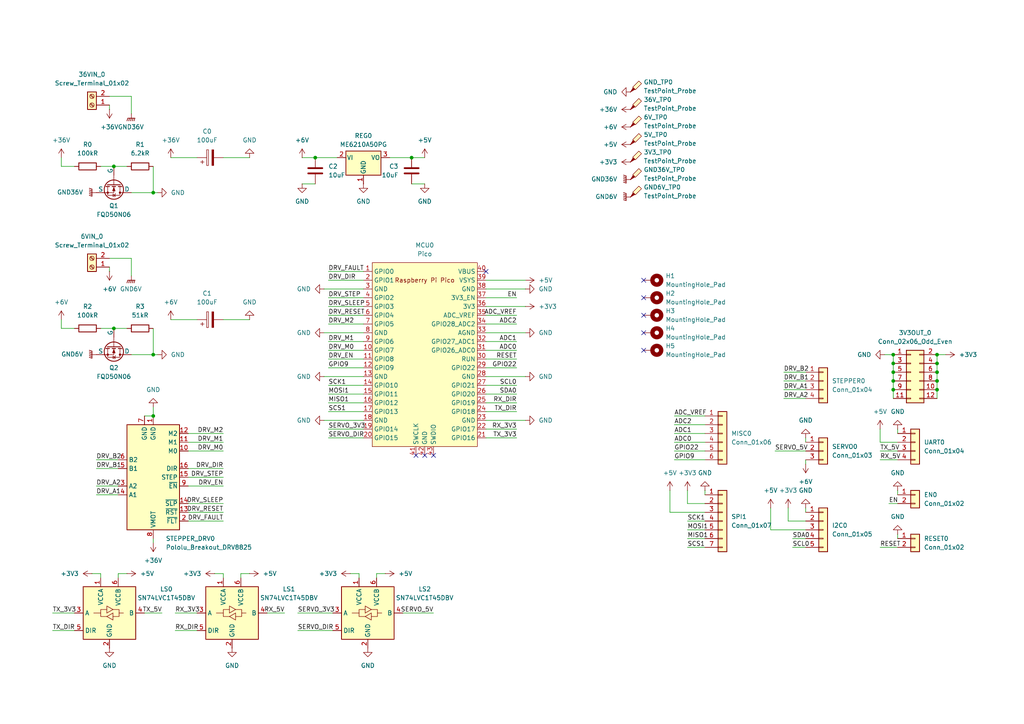
<source format=kicad_sch>
(kicad_sch (version 20231120) (generator "eeschema") (generator_version "8.0")
  (paper "A4")
  (junction (at 271.78 113.03))
  (junction (at 119.38 45.72))
  (junction (at 44.45 120.65))
  (junction (at 44.45 55.88))
  (junction (at 271.78 110.49))
  (junction (at 271.78 105.41))
  (junction (at 259.08 110.49))
  (junction (at 259.08 113.03))
  (junction (at 271.78 102.87))
  (junction (at 271.78 107.95))
  (junction (at 33.02 48.26))
  (junction (at 33.02 95.25))
  (junction (at 259.08 107.95))
  (junction (at 259.08 102.87))
  (junction (at 259.08 105.41))
  (junction (at 44.45 102.87))
  (junction (at 91.44 45.72))
  (no_connect (at 186.69 101.6))
  (no_connect (at 140.97 78.74))
  (no_connect (at 186.69 91.44))
  (no_connect (at 186.69 81.28))
  (no_connect (at 120.65 132.08))
  (no_connect (at 186.69 86.36))
  (no_connect (at 186.69 96.52))
  (no_connect (at 123.19 132.08))
  (no_connect (at 125.73 132.08))
  (wire (pts (xy 44.45 157.48) (xy 44.45 156.21)))
  (wire (pts (xy 255.27 133.35) (xy 260.35 133.35)))
  (wire (pts (xy 195.58 130.81) (xy 204.47 130.81)))
  (wire (pts (xy 140.97 99.06) (xy 149.86 99.06)))
  (wire (pts (xy 31.75 74.93) (xy 38.1 74.93)))
  (wire (pts (xy 227.33 107.95) (xy 233.68 107.95)))
  (wire (pts (xy 271.78 102.87) (xy 271.78 105.41)))
  (wire (pts (xy 31.75 78.74) (xy 31.75 77.47)))
  (wire (pts (xy 224.79 130.81) (xy 233.68 130.81)))
  (wire (pts (xy 41.91 177.8) (xy 46.99 177.8)))
  (wire (pts (xy 95.25 81.28) (xy 105.41 81.28)))
  (wire (pts (xy 62.23 166.37) (xy 64.77 166.37)))
  (wire (pts (xy 199.39 151.13) (xy 204.47 151.13)))
  (wire (pts (xy 41.91 120.65) (xy 44.45 120.65)))
  (wire (pts (xy 44.45 95.25) (xy 44.45 102.87)))
  (wire (pts (xy 95.25 91.44) (xy 105.41 91.44)))
  (wire (pts (xy 199.39 158.75) (xy 204.47 158.75)))
  (wire (pts (xy 152.4 83.82) (xy 140.97 83.82)))
  (wire (pts (xy 260.35 128.27) (xy 255.27 128.27)))
  (wire (pts (xy 45.72 55.88) (xy 44.45 55.88)))
  (wire (pts (xy 69.85 166.37) (xy 69.85 167.64)))
  (wire (pts (xy 95.25 101.6) (xy 105.41 101.6)))
  (wire (pts (xy 54.61 135.89) (xy 64.77 135.89)))
  (wire (pts (xy 54.61 140.97) (xy 64.77 140.97)))
  (wire (pts (xy 64.77 166.37) (xy 64.77 167.64)))
  (wire (pts (xy 87.63 45.72) (xy 91.44 45.72)))
  (wire (pts (xy 72.39 45.72) (xy 64.77 45.72)))
  (wire (pts (xy 44.45 102.87) (xy 38.1 102.87)))
  (wire (pts (xy 27.94 135.89) (xy 34.29 135.89)))
  (wire (pts (xy 195.58 128.27) (xy 204.47 128.27)))
  (wire (pts (xy 31.75 31.75) (xy 31.75 30.48)))
  (wire (pts (xy 255.27 158.75) (xy 260.35 158.75)))
  (wire (pts (xy 27.94 133.35) (xy 34.29 133.35)))
  (wire (pts (xy 260.35 154.94) (xy 260.35 156.21)))
  (wire (pts (xy 77.47 177.8) (xy 82.55 177.8)))
  (wire (pts (xy 50.8 182.88) (xy 57.15 182.88)))
  (wire (pts (xy 27.94 143.51) (xy 34.29 143.51)))
  (wire (pts (xy 15.24 182.88) (xy 21.59 182.88)))
  (wire (pts (xy 95.25 86.36) (xy 105.41 86.36)))
  (wire (pts (xy 93.98 96.52) (xy 105.41 96.52)))
  (wire (pts (xy 64.77 92.71) (xy 72.39 92.71)))
  (wire (pts (xy 29.21 48.26) (xy 33.02 48.26)))
  (wire (pts (xy 233.68 133.35) (xy 233.68 134.62)))
  (wire (pts (xy 257.81 146.05) (xy 260.35 146.05)))
  (wire (pts (xy 223.52 147.32) (xy 223.52 153.67)))
  (wire (pts (xy 101.6 166.37) (xy 104.14 166.37)))
  (wire (pts (xy 57.15 45.72) (xy 49.53 45.72)))
  (wire (pts (xy 95.25 99.06) (xy 105.41 99.06)))
  (wire (pts (xy 91.44 45.72) (xy 97.79 45.72)))
  (wire (pts (xy 227.33 115.57) (xy 233.68 115.57)))
  (wire (pts (xy 54.61 148.59) (xy 64.77 148.59)))
  (wire (pts (xy 54.61 125.73) (xy 64.77 125.73)))
  (wire (pts (xy 31.75 27.94) (xy 38.1 27.94)))
  (wire (pts (xy 152.4 121.92) (xy 140.97 121.92)))
  (wire (pts (xy 259.08 110.49) (xy 259.08 113.03)))
  (wire (pts (xy 194.31 148.59) (xy 204.47 148.59)))
  (wire (pts (xy 259.08 102.87) (xy 259.08 105.41)))
  (wire (pts (xy 271.78 105.41) (xy 271.78 107.95)))
  (wire (pts (xy 95.25 93.98) (xy 105.41 93.98)))
  (wire (pts (xy 260.35 142.24) (xy 260.35 143.51)))
  (wire (pts (xy 228.6 151.13) (xy 233.68 151.13)))
  (wire (pts (xy 104.14 166.37) (xy 104.14 167.64)))
  (wire (pts (xy 54.61 128.27) (xy 64.77 128.27)))
  (wire (pts (xy 229.87 156.21) (xy 233.68 156.21)))
  (wire (pts (xy 271.78 107.95) (xy 271.78 110.49)))
  (wire (pts (xy 271.78 113.03) (xy 271.78 115.57)))
  (wire (pts (xy 123.19 45.72) (xy 119.38 45.72)))
  (wire (pts (xy 140.97 91.44) (xy 149.86 91.44)))
  (wire (pts (xy 256.54 102.87) (xy 259.08 102.87)))
  (wire (pts (xy 140.97 119.38) (xy 149.86 119.38)))
  (wire (pts (xy 152.4 109.22) (xy 140.97 109.22)))
  (wire (pts (xy 260.35 125.73) (xy 260.35 124.46)))
  (wire (pts (xy 140.97 106.68) (xy 149.86 106.68)))
  (wire (pts (xy 34.29 166.37) (xy 36.83 166.37)))
  (wire (pts (xy 271.78 102.87) (xy 274.32 102.87)))
  (wire (pts (xy 44.45 118.11) (xy 44.45 120.65)))
  (wire (pts (xy 36.83 48.26) (xy 33.02 48.26)))
  (wire (pts (xy 95.25 106.68) (xy 105.41 106.68)))
  (wire (pts (xy 54.61 146.05) (xy 64.77 146.05)))
  (wire (pts (xy 95.25 104.14) (xy 105.41 104.14)))
  (wire (pts (xy 227.33 113.03) (xy 233.68 113.03)))
  (wire (pts (xy 17.78 92.71) (xy 17.78 95.25)))
  (wire (pts (xy 195.58 120.65) (xy 204.47 120.65)))
  (wire (pts (xy 95.25 119.38) (xy 105.41 119.38)))
  (wire (pts (xy 116.84 177.8) (xy 125.73 177.8)))
  (wire (pts (xy 44.45 55.88) (xy 38.1 55.88)))
  (wire (pts (xy 199.39 146.05) (xy 204.47 146.05)))
  (wire (pts (xy 152.4 81.28) (xy 140.97 81.28)))
  (wire (pts (xy 199.39 142.24) (xy 199.39 146.05)))
  (wire (pts (xy 259.08 113.03) (xy 259.08 115.57)))
  (wire (pts (xy 95.25 116.84) (xy 105.41 116.84)))
  (wire (pts (xy 119.38 45.72) (xy 113.03 45.72)))
  (wire (pts (xy 54.61 138.43) (xy 64.77 138.43)))
  (wire (pts (xy 227.33 110.49) (xy 233.68 110.49)))
  (wire (pts (xy 95.25 127) (xy 105.41 127)))
  (wire (pts (xy 26.67 166.37) (xy 29.21 166.37)))
  (wire (pts (xy 109.22 166.37) (xy 109.22 167.64)))
  (wire (pts (xy 195.58 125.73) (xy 204.47 125.73)))
  (wire (pts (xy 195.58 123.19) (xy 204.47 123.19)))
  (wire (pts (xy 17.78 48.26) (xy 21.59 48.26)))
  (wire (pts (xy 17.78 45.72) (xy 17.78 48.26)))
  (wire (pts (xy 87.63 53.34) (xy 91.44 53.34)))
  (wire (pts (xy 204.47 143.51) (xy 204.47 142.24)))
  (wire (pts (xy 140.97 127) (xy 149.86 127)))
  (wire (pts (xy 233.68 147.32) (xy 233.68 148.59)))
  (wire (pts (xy 228.6 147.32) (xy 228.6 151.13)))
  (wire (pts (xy 259.08 105.41) (xy 259.08 107.95)))
  (wire (pts (xy 199.39 153.67) (xy 204.47 153.67)))
  (wire (pts (xy 140.97 111.76) (xy 149.86 111.76)))
  (wire (pts (xy 29.21 95.25) (xy 33.02 95.25)))
  (wire (pts (xy 95.25 111.76) (xy 105.41 111.76)))
  (wire (pts (xy 255.27 130.81) (xy 260.35 130.81)))
  (wire (pts (xy 44.45 48.26) (xy 44.45 55.88)))
  (wire (pts (xy 95.25 114.3) (xy 105.41 114.3)))
  (wire (pts (xy 38.1 74.93) (xy 38.1 80.01)))
  (wire (pts (xy 140.97 86.36) (xy 149.86 86.36)))
  (wire (pts (xy 15.24 177.8) (xy 21.59 177.8)))
  (wire (pts (xy 140.97 104.14) (xy 149.86 104.14)))
  (wire (pts (xy 152.4 96.52) (xy 140.97 96.52)))
  (wire (pts (xy 194.31 142.24) (xy 194.31 148.59)))
  (wire (pts (xy 95.25 88.9) (xy 105.41 88.9)))
  (wire (pts (xy 95.25 124.46) (xy 105.41 124.46)))
  (wire (pts (xy 27.94 140.97) (xy 34.29 140.97)))
  (wire (pts (xy 69.85 166.37) (xy 72.39 166.37)))
  (wire (pts (xy 140.97 101.6) (xy 149.86 101.6)))
  (wire (pts (xy 93.98 83.82) (xy 105.41 83.82)))
  (wire (pts (xy 255.27 128.27) (xy 255.27 124.46)))
  (wire (pts (xy 38.1 27.94) (xy 38.1 33.02)))
  (wire (pts (xy 86.36 182.88) (xy 96.52 182.88)))
  (wire (pts (xy 54.61 130.81) (xy 64.77 130.81)))
  (wire (pts (xy 229.87 158.75) (xy 233.68 158.75)))
  (wire (pts (xy 140.97 124.46) (xy 149.86 124.46)))
  (wire (pts (xy 95.25 78.74) (xy 105.41 78.74)))
  (wire (pts (xy 86.36 177.8) (xy 96.52 177.8)))
  (wire (pts (xy 271.78 110.49) (xy 271.78 113.03)))
  (wire (pts (xy 109.22 166.37) (xy 111.76 166.37)))
  (wire (pts (xy 233.68 127) (xy 233.68 128.27)))
  (wire (pts (xy 50.8 177.8) (xy 57.15 177.8)))
  (wire (pts (xy 29.21 166.37) (xy 29.21 167.64)))
  (wire (pts (xy 54.61 151.13) (xy 64.77 151.13)))
  (wire (pts (xy 199.39 156.21) (xy 204.47 156.21)))
  (wire (pts (xy 45.72 102.87) (xy 44.45 102.87)))
  (wire (pts (xy 140.97 114.3) (xy 149.86 114.3)))
  (wire (pts (xy 93.98 121.92) (xy 105.41 121.92)))
  (wire (pts (xy 49.53 92.71) (xy 57.15 92.71)))
  (wire (pts (xy 140.97 116.84) (xy 149.86 116.84)))
  (wire (pts (xy 93.98 109.22) (xy 105.41 109.22)))
  (wire (pts (xy 123.19 53.34) (xy 119.38 53.34)))
  (wire (pts (xy 17.78 95.25) (xy 21.59 95.25)))
  (wire (pts (xy 140.97 93.98) (xy 149.86 93.98)))
  (wire (pts (xy 36.83 95.25) (xy 33.02 95.25)))
  (wire (pts (xy 233.68 153.67) (xy 223.52 153.67)))
  (wire (pts (xy 195.58 133.35) (xy 204.47 133.35)))
  (wire (pts (xy 34.29 166.37) (xy 34.29 167.64)))
  (wire (pts (xy 140.97 88.9) (xy 152.4 88.9)))
  (wire (pts (xy 259.08 107.95) (xy 259.08 110.49)))
  (label "DRV_RESET" (at 64.77 148.59 180))
  (label "TX_DIR" (at 15.24 182.88 0))
  (label "EN" (at 149.86 86.36 180))
  (label "GPIO9" (at 95.25 106.68 0))
  (label "DRV_M0" (at 64.77 130.81 180))
  (label "RESET" (at 149.86 104.14 180))
  (label "DRV_M0" (at 95.25 101.6 0))
  (label "TX_5V" (at 46.99 177.8 180))
  (label "EN" (at 257.81 146.05 0))
  (label "DRV_A2" (at 227.33 115.57 0))
  (label "SERVO_DIR" (at 86.36 182.88 0))
  (label "ADC2" (at 195.58 123.19 0))
  (label "RX_DIR" (at 50.8 182.88 0))
  (label "DRV_DIR" (at 64.77 135.89 180))
  (label "SDA0" (at 149.86 114.3 180))
  (label "TX_3V3" (at 149.86 127 180))
  (label "RX_DIR" (at 149.86 116.84 180))
  (label "DRV_M2" (at 95.25 93.98 0))
  (label "RX_5V" (at 82.55 177.8 180))
  (label "DRV_A1" (at 227.33 113.03 0))
  (label "DRV_A2" (at 27.94 140.97 0))
  (label "RX_5V" (at 255.27 133.35 0))
  (label "TX_5V" (at 255.27 130.81 0))
  (label "DRV_DIR" (at 95.25 81.28 0))
  (label "DRV_STEP" (at 95.25 86.36 0))
  (label "TX_3V3" (at 15.24 177.8 0))
  (label "MISO1" (at 95.25 116.84 0))
  (label "GPIO22" (at 195.58 130.81 0))
  (label "SCL0" (at 149.86 111.76 180))
  (label "DRV_A1" (at 27.94 143.51 0))
  (label "SERVO_3V3" (at 95.25 124.46 0))
  (label "SCK1" (at 95.25 111.76 0))
  (label "MOSI1" (at 95.25 114.3 0))
  (label "SERVO_5V" (at 125.73 177.8 180))
  (label "MOSI1" (at 199.39 153.67 0))
  (label "SERVO_3V3" (at 86.36 177.8 0))
  (label "DRV_B1" (at 27.94 135.89 0))
  (label "DRV_RESET" (at 95.25 91.44 0))
  (label "ADC1" (at 195.58 125.73 0))
  (label "DRV_SLEEP" (at 95.25 88.9 0))
  (label "DRV_EN" (at 64.77 140.97 180))
  (label "ADC0" (at 195.58 128.27 0))
  (label "ADC_VREF" (at 195.58 120.65 0))
  (label "RX_3V3" (at 149.86 124.46 180))
  (label "ADC0" (at 149.86 101.6 180))
  (label "RESET" (at 255.27 158.75 0))
  (label "TX_DIR" (at 149.86 119.38 180))
  (label "DRV_FAULT" (at 95.25 78.74 0))
  (label "MISO1" (at 199.39 156.21 0))
  (label "ADC1" (at 149.86 99.06 180))
  (label "SDA0" (at 229.87 156.21 0))
  (label "DRV_B1" (at 227.33 110.49 0))
  (label "ADC_VREF" (at 149.86 91.44 180))
  (label "SERVO_5V" (at 224.79 130.81 0))
  (label "DRV_M1" (at 95.25 99.06 0))
  (label "SCS1" (at 199.39 158.75 0))
  (label "DRV_STEP" (at 64.77 138.43 180))
  (label "DRV_FAULT" (at 64.77 151.13 180))
  (label "GPIO22" (at 149.86 106.68 180))
  (label "SCK1" (at 199.39 151.13 0))
  (label "GPIO9" (at 195.58 133.35 0))
  (label "SCL0" (at 229.87 158.75 0))
  (label "ADC2" (at 149.86 93.98 180))
  (label "DRV_B2" (at 227.33 107.95 0))
  (label "SCS1" (at 95.25 119.38 0))
  (label "DRV_EN" (at 95.25 104.14 0))
  (label "DRV_M1" (at 64.77 128.27 180))
  (label "DRV_B2" (at 27.94 133.35 0))
  (label "DRV_SLEEP" (at 64.77 146.05 180))
  (label "DRV_M2" (at 64.77 125.73 180))
  (label "SERVO_DIR" (at 95.25 127 0))
  (label "RX_3V3" (at 50.8 177.8 0))
  (symbol (lib_id "power:+3V3") (at 182.88 46.99 90) (unit 1)
    (property "Reference" "#PWR059" (effects (hide yes)))
    (property "Value" "+3V3" (at 179.07 46.9899 90) (effects (justify left)))
    (property "Description" "Power symbol creates a global label with name \"+3V3\"" (effects (hide yes)))
  )
  (symbol (lib_id "Logic_LevelTranslator:SN74LVC1T45DBV") (at 67.31 177.8 0) (unit 1)
    (property "Reference" "LS1" (at 83.82 170.8655 0))
    (property "Value" "SN74LVC1T45DBV" (at 83.82 173.4055 0))
    (property "Footprint" "Package_TO_SOT_SMD:SOT-23-6" (effects (hide yes)))
    (property "Datasheet" "http://www.ti.com/lit/ds/symlink/sn74lvc1t45.pdf" (effects (hide yes)))
    (property "Description" "Single-Bit Dual-Supply Bus Transceiver With Configurable Voltage Translation and 3-State Outputs, SOT-23-6" (effects (hide yes)))
  )
  (symbol (lib_id "power:+36V") (at 31.75 31.75 180) (unit 1)
    (property "Reference" "#PWR020" (effects (hide yes)))
    (property "Value" "+36V" (at 31.75 36.83 0))
    (property "Description" "Power symbol creates a global label with name \"+36V\"" (effects (hide yes)))
  )
  (symbol (lib_id "Connector:TestPoint_Probe") (at 182.88 46.99 0) (unit 1)
    (property "Reference" "3V3_TP0" (at 186.69 44.1324 0) (effects (justify left)))
    (property "Value" "TestPoint_Probe" (at 186.69 46.6724 0) (effects (justify left)))
    (property "Footprint" "TestPoint:TestPoint_THTPad_D1.5mm_Drill0.7mm" (effects (hide yes)))
    (property "Description" "test point (alternative probe-style design)" (effects (hide yes)))
  )
  (symbol (lib_id "power:GND") (at 44.45 118.11 180) (unit 1)
    (property "Reference" "#PWR01" (effects (hide yes)))
    (property "Value" "GND" (at 44.45 113.03 0))
    (property "Description" "Power symbol creates a global label with name \"GND\" , ground" (effects (hide yes)))
  )
  (symbol (lib_id "power:GND") (at 152.4 96.52 90) (mirror x) (unit 1)
    (property "Reference" "#PWR037" (effects (hide yes)))
    (property "Value" "GND" (at 156.21 96.5199 90) (effects (justify right)))
    (property "Description" "Power symbol creates a global label with name \"GND\" , ground" (effects (hide yes)))
  )
  (symbol (lib_id "Simulation_SPICE:NMOS") (at 33.02 100.33 270) (unit 1)
    (property "Reference" "Q2" (at 33.02 106.68 90))
    (property "Value" "FQD50N06" (at 33.02 109.22 90))
    (property "Footprint" "Package_TO_SOT_SMD:TO-252-2" (effects (hide yes)))
    (property "Datasheet" "https://www.sunrom.com/download/860.pdf" (effects (hide yes)))
    (property "Description" "N-MOSFET transistor, drain/source/gate" (effects (hide yes)))
    (property "Sim.Device" "NMOS" (effects (hide yes)))
    (property "Sim.Type" "VDMOS" (effects (hide yes)))
    (property "Sim.Pins" "1=D 2=G 3=S" (effects (hide yes)))
  )
  (symbol (lib_id "power:GND") (at 93.98 109.22 270) (unit 1)
    (property "Reference" "#PWR032" (effects (hide yes)))
    (property "Value" "GND" (at 90.17 109.2199 90) (effects (justify right)))
    (property "Description" "Power symbol creates a global label with name \"GND\" , ground" (effects (hide yes)))
  )
  (symbol (lib_id "power:GND") (at 87.63 53.34 0) (unit 1)
    (property "Reference" "#PWR040" (effects (hide yes)))
    (property "Value" "GND" (at 87.63 58.42 0))
    (property "Description" "Power symbol creates a global label with name \"GND\" , ground" (effects (hide yes)))
  )
  (symbol (lib_id "power:GND") (at 105.41 53.34 0) (unit 1)
    (property "Reference" "#PWR038" (effects (hide yes)))
    (property "Value" "GND" (at 105.41 58.42 0))
    (property "Description" "Power symbol creates a global label with name \"GND\" , ground" (effects (hide yes)))
  )
  (symbol (lib_id "Mechanical:MountingHole_Pad") (at 189.23 81.28 270) (unit 1) (exclude_from_sim yes) (in_bom no)
    (property "Reference" "H1" (at 193.04 80.0099 90) (effects (justify left)))
    (property "Value" "MountingHole_Pad" (at 193.04 82.5499 90) (effects (justify left)))
    (property "Footprint" "MountingHole:MountingHole_3.2mm_M3_Pad_Via" (effects (hide yes)))
    (property "Description" "Mounting Hole with connection" (effects (hide yes)))
  )
  (symbol (lib_id "power:GNDPWR") (at 38.1 33.02 0) (unit 1)
    (property "Reference" "#PWR019" (effects (hide yes)))
    (property "Value" "GND36V" (at 37.973 36.83 0))
    (property "Description" "Power symbol creates a global label with name \"GNDPWR\" , global ground" (effects (hide yes)))
  )
  (symbol (lib_id "Connector:TestPoint_Probe") (at 182.88 36.83 0) (unit 1)
    (property "Reference" "6V_TP0" (at 186.69 33.9724 0) (effects (justify left)))
    (property "Value" "TestPoint_Probe" (at 186.69 36.5124 0) (effects (justify left)))
    (property "Footprint" "TestPoint:TestPoint_THTPad_D1.5mm_Drill0.7mm" (effects (hide yes)))
    (property "Description" "test point (alternative probe-style design)" (effects (hide yes)))
  )
  (symbol (lib_id "power:GNDPWR") (at 38.1 80.01 0) (unit 1)
    (property "Reference" "#PWR023" (effects (hide yes)))
    (property "Value" "GND6V" (at 37.973 83.82 0))
    (property "Description" "Power symbol creates a global label with name \"GNDPWR\" , global ground" (effects (hide yes)))
  )
  (symbol (lib_id "power:+6V") (at 17.78 92.71 0) (unit 1)
    (property "Reference" "#PWR021" (effects (hide yes)))
    (property "Value" "+6V" (at 17.78 87.63 0))
    (property "Description" "Power symbol creates a global label with name \"+6V\"" (effects (hide yes)))
  )
  (symbol (lib_id "Driver_Motor:Pololu_Breakout_DRV8825") (at 44.45 140.97 180) (unit 1)
    (property "Reference" "STEPPER_DRV0" (at 48.0824 156.21 0) (effects (justify right)))
    (property "Value" "Pololu_Breakout_DRV8825" (at 48.0824 158.75 0) (effects (justify right)))
    (property "Footprint" "Module:Pololu_Breakout-16_15.2x20.3mm" (effects (hide yes)))
    (property "Datasheet" "https://www.pololu.com/product/2982" (effects (hide yes)))
    (property "Description" "Pololu Breakout Board, Stepper Driver DRV8825" (effects (hide yes)))
  )
  (symbol (lib_id "power:+36V") (at 49.53 45.72 0) (unit 1)
    (property "Reference" "#PWR026" (effects (hide yes)))
    (property "Value" "+36V" (at 49.53 40.64 0))
    (property "Description" "Power symbol creates a global label with name \"+36V\"" (effects (hide yes)))
  )
  (symbol (lib_id "power:+3V3") (at 274.32 102.87 270) (unit 1)
    (property "Reference" "#PWR054" (effects (hide yes)))
    (property "Value" "+3V3" (at 278.13 102.8699 90) (effects (justify left)))
    (property "Description" "Power symbol creates a global label with name \"+3V3\"" (effects (hide yes)))
  )
  (symbol (lib_id "power:+3V3") (at 199.39 142.24 0) (unit 1)
    (property "Reference" "#PWR046" (effects (hide yes)))
    (property "Value" "+3V3" (at 199.39 137.16 0))
    (property "Description" "Power symbol creates a global label with name \"+3V3\"" (effects (hide yes)))
  )
  (symbol (lib_id "power:+3.3V") (at 101.6 166.37 90) (unit 1)
    (property "Reference" "#PWR013" (effects (hide yes)))
    (property "Value" "+3V3" (at 97.79 166.3699 90) (effects (justify left)))
    (property "Description" "Power symbol creates a global label with name \"+3.3V\"" (effects (hide yes)))
  )
  (symbol (lib_id "power:GND") (at 260.35 124.46 180) (unit 1)
    (property "Reference" "#PWR04" (effects (hide yes)))
    (property "Value" "GND" (at 260.35 119.38 0))
    (property "Description" "Power symbol creates a global label with name \"GND\" , ground" (effects (hide yes)))
  )
  (symbol (lib_id "Logic_LevelTranslator:SN74LVC1T45DBV") (at 31.75 177.8 0) (unit 1)
    (property "Reference" "LS0" (at 48.26 170.8655 0))
    (property "Value" "SN74LVC1T45DBV" (at 48.26 173.4055 0))
    (property "Footprint" "Package_TO_SOT_SMD:SOT-23-6" (effects (hide yes)))
    (property "Datasheet" "http://www.ti.com/lit/ds/symlink/sn74lvc1t45.pdf" (effects (hide yes)))
    (property "Description" "Single-Bit Dual-Supply Bus Transceiver With Configurable Voltage Translation and 3-State Outputs, SOT-23-6" (effects (hide yes)))
  )
  (symbol (lib_id "Device:R") (at 40.64 95.25 90) (unit 1)
    (property "Reference" "R3" (at 40.64 88.9 90))
    (property "Value" "51kR" (at 40.64 91.44 90))
    (property "Footprint" "Resistor_SMD:R_1206_3216Metric_Pad1.30x1.75mm_HandSolder" (effects (hide yes)))
    (property "Description" "Resistor" (effects (hide yes)))
  )
  (symbol (lib_id "power:GND") (at 67.31 187.96 0) (unit 1)
    (property "Reference" "#PWR07" (effects (hide yes)))
    (property "Value" "GND" (at 67.31 193.04 0))
    (property "Description" "Power symbol creates a global label with name \"GND\" , ground" (effects (hide yes)))
  )
  (symbol (lib_id "power:GND") (at 152.4 109.22 90) (unit 1)
    (property "Reference" "#PWR035" (effects (hide yes)))
    (property "Value" "GND" (at 156.21 109.2201 90) (effects (justify right)))
    (property "Description" "Power symbol creates a global label with name \"GND\" , ground" (effects (hide yes)))
  )
  (symbol (lib_id "power:GND") (at 152.4 121.92 90) (unit 1)
    (property "Reference" "#PWR034" (effects (hide yes)))
    (property "Value" "GND" (at 156.21 121.9201 90) (effects (justify right)))
    (property "Description" "Power symbol creates a global label with name \"GND\" , ground" (effects (hide yes)))
  )
  (symbol (lib_id "Mechanical:MountingHole_Pad") (at 189.23 101.6 270) (unit 1) (exclude_from_sim yes) (in_bom no)
    (property "Reference" "H5" (at 193.04 100.3299 90) (effects (justify left)))
    (property "Value" "MountingHole_Pad" (at 193.04 102.8699 90) (effects (justify left)))
    (property "Footprint" "MountingHole:MountingHole_3.2mm_M3_Pad_Via" (effects (hide yes)))
    (property "Description" "Mounting Hole with connection" (effects (hide yes)))
  )
  (symbol (lib_id "power:+3V3") (at 228.6 147.32 0) (unit 1)
    (property "Reference" "#PWR049" (effects (hide yes)))
    (property "Value" "+3V3" (at 228.6 142.24 0))
    (property "Description" "Power symbol creates a global label with name \"+3V3\"" (effects (hide yes)))
  )
  (symbol (lib_id "Connector_Generic:Conn_01x05") (at 238.76 153.67 0) (unit 1)
    (property "Reference" "I2C0" (at 241.3 152.3999 0) (effects (justify left)))
    (property "Value" "Conn_01x05" (at 241.3 154.9399 0) (effects (justify left)))
    (property "Footprint" "Connector_JST:JST_XH_B5B-XH-A_1x05_P2.50mm_Vertical" (effects (hide yes)))
    (property "Description" "Generic connector, single row, 01x05, script generated (kicad-library-utils/schlib/autogen/connector/)" (effects (hide yes)))
  )
  (symbol (lib_id "power:GND") (at 152.4 83.82 90) (mirror x) (unit 1)
    (property "Reference" "#PWR036" (effects (hide yes)))
    (property "Value" "GND" (at 156.21 83.8199 90) (effects (justify right)))
    (property "Description" "Power symbol creates a global label with name \"GND\" , ground" (effects (hide yes)))
  )
  (symbol (lib_id "Simulation_SPICE:NMOS") (at 33.02 53.34 270) (unit 1)
    (property "Reference" "Q1" (at 33.02 59.69 90))
    (property "Value" "FQD50N06" (at 33.02 62.23 90))
    (property "Footprint" "Package_TO_SOT_SMD:TO-252-2" (effects (hide yes)))
    (property "Datasheet" "https://www.sunrom.com/download/860.pdf" (effects (hide yes)))
    (property "Description" "N-MOSFET transistor, drain/source/gate" (effects (hide yes)))
    (property "Sim.Device" "NMOS" (effects (hide yes)))
    (property "Sim.Type" "VDMOS" (effects (hide yes)))
    (property "Sim.Pins" "1=D 2=G 3=S" (effects (hide yes)))
  )
  (symbol (lib_id "power:+36V") (at 44.45 157.48 180) (unit 1)
    (property "Reference" "#PWR02" (effects (hide yes)))
    (property "Value" "+36V" (at 44.45 162.56 0))
    (property "Description" "Power symbol creates a global label with name \"+36V\"" (effects (hide yes)))
  )
  (symbol (lib_id "power:+6V") (at 87.63 45.72 0) (unit 1)
    (property "Reference" "#PWR039" (effects (hide yes)))
    (property "Value" "+6V" (at 87.63 40.64 0))
    (property "Description" "Power symbol creates a global label with name \"+6V\"" (effects (hide yes)))
  )
  (symbol (lib_id "power:GND") (at 31.75 187.96 0) (unit 1)
    (property "Reference" "#PWR09" (effects (hide yes)))
    (property "Value" "GND" (at 31.75 193.04 0))
    (property "Description" "Power symbol creates a global label with name \"GND\" , ground" (effects (hide yes)))
  )
  (symbol (lib_id "power:+5V") (at 182.88 41.91 90) (unit 1)
    (property "Reference" "#PWR058" (effects (hide yes)))
    (property "Value" "+5V" (at 179.07 41.9099 90) (effects (justify left)))
    (property "Description" "Power symbol creates a global label with name \"+5V\"" (effects (hide yes)))
  )
  (symbol (lib_id "power:GND") (at 123.19 53.34 0) (mirror y) (unit 1)
    (property "Reference" "#PWR042" (effects (hide yes)))
    (property "Value" "GND" (at 123.19 58.42 0))
    (property "Description" "Power symbol creates a global label with name \"GND\" , ground" (effects (hide yes)))
  )
  (symbol (lib_id "Device:R") (at 25.4 48.26 90) (unit 1)
    (property "Reference" "R0" (at 25.4 41.91 90))
    (property "Value" "100kR" (at 25.4 44.45 90))
    (property "Footprint" "Resistor_SMD:R_1206_3216Metric_Pad1.30x1.75mm_HandSolder" (effects (hide yes)))
    (property "Description" "Resistor" (effects (hide yes)))
  )
  (symbol (lib_id "power:GND") (at 256.54 102.87 270) (unit 1)
    (property "Reference" "#PWR053" (effects (hide yes)))
    (property "Value" "GND" (at 252.73 102.8699 90) (effects (justify right)))
    (property "Description" "Power symbol creates a global label with name \"GND\" , ground" (effects (hide yes)))
  )
  (symbol (lib_id "Connector_Generic:Conn_01x02") (at 265.43 143.51 0) (unit 1)
    (property "Reference" "EN0" (at 267.97 143.5099 0) (effects (justify left)))
    (property "Value" "Conn_01x02" (at 267.97 146.0499 0) (effects (justify left)))
    (property "Footprint" "Connector_JST:JST_XH_B2B-XH-A_1x02_P2.50mm_Vertical" (effects (hide yes)))
    (property "Description" "Generic connector, single row, 01x02, script generated (kicad-library-utils/schlib/autogen/connector/)" (effects (hide yes)))
  )
  (symbol (lib_id "power:+5V") (at 72.39 166.37 270) (unit 1)
    (property "Reference" "#PWR06" (effects (hide yes)))
    (property "Value" "+5V" (at 76.2 166.3699 90) (effects (justify left)))
    (property "Description" "Power symbol creates a global label with name \"+5V\"" (effects (hide yes)))
  )
  (symbol (lib_id "power:+3.3V") (at 62.23 166.37 90) (unit 1)
    (property "Reference" "#PWR05" (effects (hide yes)))
    (property "Value" "+3V3" (at 58.42 166.3699 90) (effects (justify left)))
    (property "Description" "Power symbol creates a global label with name \"+3.3V\"" (effects (hide yes)))
  )
  (symbol (lib_id "power:+5V") (at 111.76 166.37 270) (unit 1)
    (property "Reference" "#PWR015" (effects (hide yes)))
    (property "Value" "+5V" (at 115.57 166.3699 90) (effects (justify left)))
    (property "Description" "Power symbol creates a global label with name \"+5V\"" (effects (hide yes)))
  )
  (symbol (lib_id "power:GND") (at 204.47 142.24 180) (unit 1)
    (property "Reference" "#PWR045" (effects (hide yes)))
    (property "Value" "GND" (at 204.47 137.16 0))
    (property "Description" "Power symbol creates a global label with name \"GND\" , ground" (effects (hide yes)))
  )
  (symbol (lib_id "power:+3V3") (at 223.52 147.32 0) (unit 1)
    (property "Reference" "#PWR048" (effects (hide yes)))
    (property "Value" "+5V" (at 223.52 142.24 0))
    (property "Description" "Power symbol creates a global label with name \"+3V3\"" (effects (hide yes)))
  )
  (symbol (lib_id "power:+6V") (at 182.88 36.83 90) (unit 1)
    (property "Reference" "#PWR057" (effects (hide yes)))
    (property "Value" "+6V" (at 179.07 36.8299 90) (effects (justify left)))
    (property "Description" "Power symbol creates a global label with name \"+6V\"" (effects (hide yes)))
  )
  (symbol (lib_id "Device:C") (at 91.44 49.53 0) (unit 1)
    (property "Reference" "C2" (at 95.25 48.2599 0) (effects (justify left)))
    (property "Value" "10uF" (at 95.25 50.7999 0) (effects (justify left)))
    (property "Footprint" "Capacitor_SMD:C_1206_3216Metric_Pad1.33x1.80mm_HandSolder" (effects (hide yes)))
    (property "Description" "Unpolarized capacitor" (effects (hide yes)))
  )
  (symbol (lib_id "Device:R") (at 40.64 48.26 90) (unit 1)
    (property "Reference" "R1" (at 40.64 41.91 90))
    (property "Value" "6.2kR" (at 40.64 44.45 90))
    (property "Footprint" "Resistor_SMD:R_1206_3216Metric_Pad1.30x1.75mm_HandSolder" (effects (hide yes)))
    (property "Description" "Resistor" (effects (hide yes)))
  )
  (symbol (lib_id "power:+3V3") (at 194.31 142.24 0) (unit 1)
    (property "Reference" "#PWR047" (effects (hide yes)))
    (property "Value" "+5V" (at 194.31 137.16 0))
    (property "Description" "Power symbol creates a global label with name \"+3V3\"" (effects (hide yes)))
  )
  (symbol (lib_id "Connector:Screw_Terminal_01x02") (at 26.67 77.47 180) (unit 1)
    (property "Reference" "6VIN_0" (at 26.67 68.58 0))
    (property "Value" "Screw_Terminal_01x02" (at 26.67 71.12 0))
    (property "Footprint" "TerminalBlock_Phoenix:TerminalBlock_Phoenix_MKDS-1,5-2_1x02_P5.00mm_Horizontal" (effects (hide yes)))
    (property "Description" "Generic screw terminal, single row, 01x02, script generated (kicad-library-utils/schlib/autogen/connector/)" (effects (hide yes)))
  )
  (symbol (lib_id "Connector:TestPoint_Probe") (at 182.88 52.07 0) (unit 1)
    (property "Reference" "GND36V_TP0" (at 186.69 49.2124 0) (effects (justify left)))
    (property "Value" "TestPoint_Probe" (at 186.69 51.7524 0) (effects (justify left)))
    (property "Footprint" "TestPoint:TestPoint_THTPad_D1.5mm_Drill0.7mm" (effects (hide yes)))
    (property "Description" "test point (alternative probe-style design)" (effects (hide yes)))
  )
  (symbol (lib_id "power:GND") (at 93.98 121.92 270) (unit 1)
    (property "Reference" "#PWR033" (effects (hide yes)))
    (property "Value" "GND" (at 90.17 121.9199 90) (effects (justify right)))
    (property "Description" "Power symbol creates a global label with name \"GND\" , ground" (effects (hide yes)))
  )
  (symbol (lib_id "MCU_RaspberryPi_and_Boards:Pico") (at 123.19 102.87 0) (unit 1)
    (property "Reference" "MCU0" (at 123.19 71.12 0))
    (property "Value" "Pico" (at 123.19 73.66 0))
    (property "Footprint" "RP-Pico Libraries:RPi_Pico_SMD_TH" (effects (hide yes)))
  )
  (symbol (lib_id "Device:C_Polarized") (at 60.96 92.71 90) (unit 1)
    (property "Reference" "C1" (at 60.071 85.09 90))
    (property "Value" "100uF" (at 60.071 87.63 90))
    (property "Footprint" "Capacitor_SMD:CP_Elec_8x10" (effects (hide yes)))
    (property "Description" "Polarized capacitor" (effects (hide yes)))
  )
  (symbol (lib_id "power:GND") (at 93.98 83.82 270) (unit 1)
    (property "Reference" "#PWR030" (effects (hide yes)))
    (property "Value" "GND" (at 90.17 83.8199 90) (effects (justify right)))
    (property "Description" "Power symbol creates a global label with name \"GND\" , ground" (effects (hide yes)))
  )
  (symbol (lib_id "Connector_Generic:Conn_01x07") (at 209.55 151.13 0) (unit 1)
    (property "Reference" "SPI1" (at 212.09 149.8599 0) (effects (justify left)))
    (property "Value" "Conn_01x07" (at 212.09 152.3999 0) (effects (justify left)))
    (property "Footprint" "Connector_JST:JST_XH_B7B-XH-A_1x07_P2.50mm_Vertical" (effects (hide yes)))
    (property "Description" "Generic connector, single row, 01x07, script generated (kicad-library-utils/schlib/autogen/connector/)" (effects (hide yes)))
  )
  (symbol (lib_id "Connector_Generic:Conn_01x06") (at 209.55 125.73 0) (unit 1)
    (property "Reference" "MISC0" (at 212.09 125.7299 0) (effects (justify left)))
    (property "Value" "Conn_01x06" (at 212.09 128.2699 0) (effects (justify left)))
    (property "Footprint" "Connector_PinHeader_2.54mm:PinHeader_1x06_P2.54mm_Vertical" (effects (hide yes)))
    (property "Description" "Generic connector, single row, 01x06, script generated (kicad-library-utils/schlib/autogen/connector/)" (effects (hide yes)))
  )
  (symbol (lib_id "Mechanical:MountingHole_Pad") (at 189.23 96.52 270) (unit 1) (exclude_from_sim yes) (in_bom no)
    (property "Reference" "H4" (at 193.04 95.2499 90) (effects (justify left)))
    (property "Value" "MountingHole_Pad" (at 193.04 97.7899 90) (effects (justify left)))
    (property "Footprint" "MountingHole:MountingHole_3.2mm_M3_Pad_Via" (effects (hide yes)))
    (property "Description" "Mounting Hole with connection" (effects (hide yes)))
  )
  (symbol (lib_id "Connector_Generic:Conn_01x02") (at 265.43 156.21 0) (unit 1)
    (property "Reference" "RESET0" (at 267.97 156.2099 0) (effects (justify left)))
    (property "Value" "Conn_01x02" (at 267.97 158.7499 0) (effects (justify left)))
    (property "Footprint" "Connector_JST:JST_XH_B2B-XH-A_1x02_P2.50mm_Vertical" (effects (hide yes)))
    (property "Description" "Generic connector, single row, 01x02, script generated (kicad-library-utils/schlib/autogen/connector/)" (effects (hide yes)))
  )
  (symbol (lib_id "power:+6V") (at 31.75 78.74 180) (unit 1)
    (property "Reference" "#PWR024" (effects (hide yes)))
    (property "Value" "+6V" (at 31.75 83.82 0))
    (property "Description" "Power symbol creates a global label with name \"+6V\"" (effects (hide yes)))
  )
  (symbol (lib_id "power:GND") (at 260.35 142.24 180) (unit 1)
    (property "Reference" "#PWR052" (effects (hide yes)))
    (property "Value" "GND" (at 260.35 137.16 0))
    (property "Description" "Power symbol creates a global label with name \"GND\" , ground" (effects (hide yes)))
  )
  (symbol (lib_id "Connector:Screw_Terminal_01x02") (at 26.67 30.48 180) (unit 1)
    (property "Reference" "36VIN_0" (at 26.67 21.59 0))
    (property "Value" "Screw_Terminal_01x02" (at 26.67 24.13 0))
    (property "Footprint" "TerminalBlock_Phoenix:TerminalBlock_Phoenix_MKDS-1,5-2_1x02_P5.00mm_Horizontal" (effects (hide yes)))
    (property "Description" "Generic screw terminal, single row, 01x02, script generated (kicad-library-utils/schlib/autogen/connector/)" (effects (hide yes)))
  )
  (symbol (lib_id "Logic_LevelTranslator:SN74LVC1T45DBV") (at 106.68 177.8 0) (unit 1)
    (property "Reference" "LS2" (at 123.19 170.8655 0))
    (property "Value" "SN74LVC1T45DBV" (at 123.19 173.4055 0))
    (property "Footprint" "Package_TO_SOT_SMD:SOT-23-6" (effects (hide yes)))
    (property "Datasheet" "http://www.ti.com/lit/ds/symlink/sn74lvc1t45.pdf" (effects (hide yes)))
    (property "Description" "Single-Bit Dual-Supply Bus Transceiver With Configurable Voltage Translation and 3-State Outputs, SOT-23-6" (effects (hide yes)))
  )
  (symbol (lib_id "Connector_Generic:Conn_02x06_Odd_Even") (at 264.16 107.95 0) (unit 1)
    (property "Reference" "3V3OUT_0" (at 265.43 96.52 0))
    (property "Value" "Conn_02x06_Odd_Even" (at 265.43 99.06 0))
    (property "Footprint" "Connector_PinHeader_2.54mm:PinHeader_2x06_P2.54mm_Vertical" (effects (hide yes)))
    (property "Description" "Generic connector, double row, 02x06, odd/even pin numbering scheme (row 1 odd numbers, row 2 even numbers), script generated (kicad-library-utils/schlib/autogen/connector/)" (effects (hide yes)))
  )
  (symbol (lib_id "power:GNDPWR") (at 27.94 55.88 270) (unit 1)
    (property "Reference" "#PWR016" (effects (hide yes)))
    (property "Value" "GND36V" (at 24.13 55.7529 90) (effects (justify right)))
    (property "Description" "Power symbol creates a global label with name \"GNDPWR\" , global ground" (effects (hide yes)))
  )
  (symbol (lib_id "Connector:TestPoint_Probe") (at 182.88 31.75 0) (unit 1)
    (property "Reference" "36V_TP0" (at 186.69 28.8924 0) (effects (justify left)))
    (property "Value" "TestPoint_Probe" (at 186.69 31.4324 0) (effects (justify left)))
    (property "Footprint" "TestPoint:TestPoint_THTPad_D1.5mm_Drill0.7mm" (effects (hide yes)))
    (property "Description" "test point (alternative probe-style design)" (effects (hide yes)))
  )
  (symbol (lib_id "power:+6V") (at 123.19 45.72 0) (mirror y) (unit 1)
    (property "Reference" "#PWR041" (effects (hide yes)))
    (property "Value" "+5V" (at 123.19 40.64 0))
    (property "Description" "Power symbol creates a global label with name \"+6V\"" (effects (hide yes)))
  )
  (symbol (lib_id "Device:C") (at 119.38 49.53 0) (mirror y) (unit 1)
    (property "Reference" "C3" (at 115.57 48.2599 0) (effects (justify left)))
    (property "Value" "10uF" (at 115.57 50.7999 0) (effects (justify left)))
    (property "Footprint" "Capacitor_SMD:C_1206_3216Metric_Pad1.33x1.80mm_HandSolder" (effects (hide yes)))
    (property "Description" "Unpolarized capacitor" (effects (hide yes)))
  )
  (symbol (lib_id "Connector:TestPoint_Probe") (at 182.88 57.15 0) (unit 1)
    (property "Reference" "GND6V_TP0" (at 186.69 54.2924 0) (effects (justify left)))
    (property "Value" "TestPoint_Probe" (at 186.69 56.8324 0) (effects (justify left)))
    (property "Footprint" "TestPoint:TestPoint_THTPad_D1.5mm_Drill0.7mm" (effects (hide yes)))
    (property "Description" "test point (alternative probe-style design)" (effects (hide yes)))
  )
  (symbol (lib_id "power:GND") (at 72.39 92.71 180) (unit 1)
    (property "Reference" "#PWR029" (effects (hide yes)))
    (property "Value" "GND" (at 72.39 87.63 0))
    (property "Description" "Power symbol creates a global label with name \"GND\" , ground" (effects (hide yes)))
  )
  (symbol (lib_id "Device:R") (at 25.4 95.25 90) (unit 1)
    (property "Reference" "R2" (at 25.4 88.9 90))
    (property "Value" "100kR" (at 25.4 91.44 90))
    (property "Footprint" "Resistor_SMD:R_1206_3216Metric_Pad1.30x1.75mm_HandSolder" (effects (hide yes)))
    (property "Description" "Resistor" (effects (hide yes)))
  )
  (symbol (lib_id "power:GNDPWR") (at 182.88 57.15 270) (unit 1)
    (property "Reference" "#PWR061" (effects (hide yes)))
    (property "Value" "GND6V" (at 179.07 57.0229 90) (effects (justify right)))
    (property "Description" "Power symbol creates a global label with name \"GNDPWR\" , global ground" (effects (hide yes)))
  )
  (symbol (lib_id "power:GND") (at 233.68 127 180) (unit 1)
    (property "Reference" "#PWR011" (effects (hide yes)))
    (property "Value" "GND" (at 233.68 121.92 0))
    (property "Description" "Power symbol creates a global label with name \"GND\" , ground" (effects (hide yes)))
  )
  (symbol (lib_id "power:GNDPWR") (at 182.88 52.07 270) (unit 1)
    (property "Reference" "#PWR060" (effects (hide yes)))
    (property "Value" "GND36V" (at 179.07 51.9429 90) (effects (justify right)))
    (property "Description" "Power symbol creates a global label with name \"GNDPWR\" , global ground" (effects (hide yes)))
  )
  (symbol (lib_id "Connector:TestPoint_Probe") (at 182.88 26.67 0) (unit 1)
    (property "Reference" "GND_TP0" (at 186.69 23.8124 0) (effects (justify left)))
    (property "Value" "TestPoint_Probe" (at 186.69 26.3524 0) (effects (justify left)))
    (property "Footprint" "TestPoint:TestPoint_THTPad_D1.5mm_Drill0.7mm" (effects (hide yes)))
    (property "Description" "test point (alternative probe-style design)" (effects (hide yes)))
  )
  (symbol (lib_id "power:GNDPWR") (at 27.94 102.87 270) (unit 1)
    (property "Reference" "#PWR022" (effects (hide yes)))
    (property "Value" "GND6V" (at 24.13 102.7429 90) (effects (justify right)))
    (property "Description" "Power symbol creates a global label with name \"GNDPWR\" , global ground" (effects (hide yes)))
  )
  (symbol (lib_id "power:+5V") (at 152.4 81.28 270) (unit 1)
    (property "Reference" "#PWR043" (effects (hide yes)))
    (property "Value" "+5V" (at 156.21 81.2799 90) (effects (justify left)))
    (property "Description" "Power symbol creates a global label with name \"+5V\"" (effects (hide yes)))
  )
  (symbol (lib_id "power:GND") (at 260.35 154.94 180) (unit 1)
    (property "Reference" "#PWR051" (effects (hide yes)))
    (property "Value" "GND" (at 260.35 149.86 0))
    (property "Description" "Power symbol creates a global label with name \"GND\" , ground" (effects (hide yes)))
  )
  (symbol (lib_id "power:+3V3") (at 152.4 88.9 270) (unit 1)
    (property "Reference" "#PWR044" (effects (hide yes)))
    (property "Value" "+3V3" (at 156.21 88.8999 90) (effects (justify left)))
    (property "Description" "Power symbol creates a global label with name \"+3V3\"" (effects (hide yes)))
  )
  (symbol (lib_id "Mechanical:MountingHole_Pad") (at 189.23 91.44 270) (unit 1) (exclude_from_sim yes) (in_bom no)
    (property "Reference" "H3" (at 193.04 90.1699 90) (effects (justify left)))
    (property "Value" "MountingHole_Pad" (at 193.04 92.7099 90) (effects (justify left)))
    (property "Footprint" "MountingHole:MountingHole_3.2mm_M3_Pad_Via" (effects (hide yes)))
    (property "Description" "Mounting Hole with connection" (effects (hide yes)))
  )
  (symbol (lib_id "power:+6V") (at 233.68 134.62 180) (unit 1)
    (property "Reference" "#PWR012" (effects (hide yes)))
    (property "Value" "+6V" (at 233.68 139.7 0))
    (property "Description" "Power symbol creates a global label with name \"+6V\"" (effects (hide yes)))
  )
  (symbol (lib_id "power:+5V") (at 36.83 166.37 270) (unit 1)
    (property "Reference" "#PWR010" (effects (hide yes)))
    (property "Value" "+5V" (at 40.64 166.3699 90) (effects (justify left)))
    (property "Description" "Power symbol creates a global label with name \"+5V\"" (effects (hide yes)))
  )
  (symbol (lib_id "power:GND") (at 106.68 187.96 0) (unit 1)
    (property "Reference" "#PWR014" (effects (hide yes)))
    (property "Value" "GND" (at 106.68 193.04 0))
    (property "Description" "Power symbol creates a global label with name \"GND\" , ground" (effects (hide yes)))
  )
  (symbol (lib_id "Regulator_Linear:MCP1700x-120xxMB") (at 105.41 45.72 0) (unit 1)
    (property "Reference" "REG0" (at 105.41 39.37 0))
    (property "Value" "ME6210A50PG" (at 105.41 41.91 0))
    (property "Footprint" "Package_TO_SOT_SMD:SOT-89-3" (effects (hide yes)))
    (property "Datasheet" "https://www.lcsc.com/datasheet/lcsc_datasheet_2304140030_MICRONE-Nanjing-Micro-One-Elec-ME6210A50PG_C82940.pdf" (effects (hide yes)))
    (property "Description" "250mA Low Quiscent Current LDO, 1.2V output, SOT-89" (effects (hide yes)))
  )
  (symbol (lib_id "power:GND") (at 45.72 55.88 90) (unit 1)
    (property "Reference" "#PWR017" (effects (hide yes)))
    (property "Value" "GND" (at 49.53 55.8799 90) (effects (justify right)))
    (property "Description" "Power symbol creates a global label with name \"GND\" , ground" (effects (hide yes)))
  )
  (symbol (lib_id "power:GND") (at 93.98 96.52 270) (unit 1)
    (property "Reference" "#PWR031" (effects (hide yes)))
    (property "Value" "GND" (at 90.17 96.5199 90) (effects (justify right)))
    (property "Description" "Power symbol creates a global label with name \"GND\" , ground" (effects (hide yes)))
  )
  (symbol (lib_id "Connector_Generic:Conn_01x04") (at 265.43 128.27 0) (unit 1)
    (property "Reference" "UART0" (at 267.97 128.2699 0) (effects (justify left)))
    (property "Value" "Conn_01x04" (at 267.97 130.8099 0) (effects (justify left)))
    (property "Footprint" "Connector_JST:JST_XH_B4B-XH-A_1x04_P2.50mm_Vertical" (effects (hide yes)))
    (property "Description" "Generic connector, single row, 01x04, script generated (kicad-library-utils/schlib/autogen/connector/)" (effects (hide yes)))
  )
  (symbol (lib_id "power:GND") (at 72.39 45.72 180) (unit 1)
    (property "Reference" "#PWR027" (effects (hide yes)))
    (property "Value" "GND" (at 72.39 40.64 0))
    (property "Description" "Power symbol creates a global label with name \"GND\" , ground" (effects (hide yes)))
  )
  (symbol (lib_id "Connector:TestPoint_Probe") (at 182.88 41.91 0) (unit 1)
    (property "Reference" "5V_TP0" (at 186.69 39.0524 0) (effects (justify left)))
    (property "Value" "TestPoint_Probe" (at 186.69 41.5924 0) (effects (justify left)))
    (property "Footprint" "TestPoint:TestPoint_THTPad_D1.5mm_Drill0.7mm" (effects (hide yes)))
    (property "Description" "test point (alternative probe-style design)" (effects (hide yes)))
  )
  (symbol (lib_id "power:GND") (at 233.68 147.32 180) (unit 1)
    (property "Reference" "#PWR050" (effects (hide yes)))
    (property "Value" "GND" (at 233.68 142.24 0))
    (property "Description" "Power symbol creates a global label with name \"GND\" , ground" (effects (hide yes)))
  )
  (symbol (lib_id "power:+36V") (at 49.53 92.71 0) (unit 1)
    (property "Reference" "#PWR028" (effects (hide yes)))
    (property "Value" "+6V" (at 49.53 87.63 0))
    (property "Description" "Power symbol creates a global label with name \"+36V\"" (effects (hide yes)))
  )
  (symbol (lib_id "Connector_Generic:Conn_01x03") (at 238.76 130.81 0) (unit 1)
    (property "Reference" "SERVO0" (at 241.3 129.5399 0) (effects (justify left)))
    (property "Value" "Conn_01x03" (at 241.3 132.0799 0) (effects (justify left)))
    (property "Footprint" "Connector_JST:JST_XH_B3B-XH-AM_1x03_P2.50mm_Vertical" (effects (hide yes)))
    (property "Description" "Generic connector, single row, 01x03, script generated (kicad-library-utils/schlib/autogen/connector/)" (effects (hide yes)))
  )
  (symbol (lib_id "power:GND") (at 182.88 26.67 270) (unit 1)
    (property "Reference" "#PWR055" (effects (hide yes)))
    (property "Value" "GND" (at 179.07 26.6699 90) (effects (justify right)))
    (property "Description" "Power symbol creates a global label with name \"GND\" , ground" (effects (hide yes)))
  )
  (symbol (lib_id "power:+3.3V") (at 26.67 166.37 90) (unit 1)
    (property "Reference" "#PWR08" (effects (hide yes)))
    (property "Value" "+3V3" (at 22.86 166.3699 90) (effects (justify left)))
    (property "Description" "Power symbol creates a global label with name \"+3.3V\"" (effects (hide yes)))
  )
  (symbol (lib_id "power:GND") (at 45.72 102.87 90) (unit 1)
    (property "Reference" "#PWR025" (effects (hide yes)))
    (property "Value" "GND" (at 49.53 102.8699 90) (effects (justify right)))
    (property "Description" "Power symbol creates a global label with name \"GND\" , ground" (effects (hide yes)))
  )
  (symbol (lib_id "power:+36V") (at 182.88 31.75 90) (unit 1)
    (property "Reference" "#PWR056" (effects (hide yes)))
    (property "Value" "+36V" (at 179.07 31.7499 90) (effects (justify left)))
    (property "Description" "Power symbol creates a global label with name \"+36V\"" (effects (hide yes)))
  )
  (symbol (lib_id "Device:C_Polarized") (at 60.96 45.72 90) (unit 1)
    (property "Reference" "C0" (at 60.071 38.1 90))
    (property "Value" "100uF" (at 60.071 40.64 90))
    (property "Footprint" "Capacitor_SMD:CP_Elec_8x10" (effects (hide yes)))
    (property "Description" "Polarized capacitor" (effects (hide yes)))
  )
  (symbol (lib_id "power:+36V") (at 17.78 45.72 0) (unit 1)
    (property "Reference" "#PWR018" (effects (hide yes)))
    (property "Value" "+36V" (at 17.78 40.64 0))
    (property "Description" "Power symbol creates a global label with name \"+36V\"" (effects (hide yes)))
  )
  (symbol (lib_id "Mechanical:MountingHole_Pad") (at 189.23 86.36 270) (unit 1) (exclude_from_sim yes) (in_bom no)
    (property "Reference" "H2" (at 193.04 85.0899 90) (effects (justify left)))
    (property "Value" "MountingHole_Pad" (at 193.04 87.6299 90) (effects (justify left)))
    (property "Footprint" "MountingHole:MountingHole_3.2mm_M3_Pad_Via" (effects (hide yes)))
    (property "Description" "Mounting Hole with connection" (effects (hide yes)))
  )
  (symbol (lib_id "Connector_Generic:Conn_01x04") (at 238.76 110.49 0) (unit 1)
    (property "Reference" "STEPPER0" (at 241.3 110.4899 0) (effects (justify left)))
    (property "Value" "Conn_01x04" (at 241.3 113.0299 0) (effects (justify left)))
    (property "Footprint" "Connector_JST:JST_XH_B4B-XH-A_1x04_P2.50mm_Vertical" (effects (hide yes)))
    (property "Description" "Generic connector, single row, 01x04, script generated (kicad-library-utils/schlib/autogen/connector/)" (effects (hide yes)))
  )
  (symbol (lib_id "power:+5V") (at 255.27 124.46 0) (mirror y) (unit 1)
    (property "Reference" "#PWR03" (effects (hide yes)))
    (property "Value" "+5V" (at 255.27 119.38 0))
    (property "Description" "Power symbol creates a global label with name \"+5V\"" (effects (hide yes)))
  )
)
</source>
